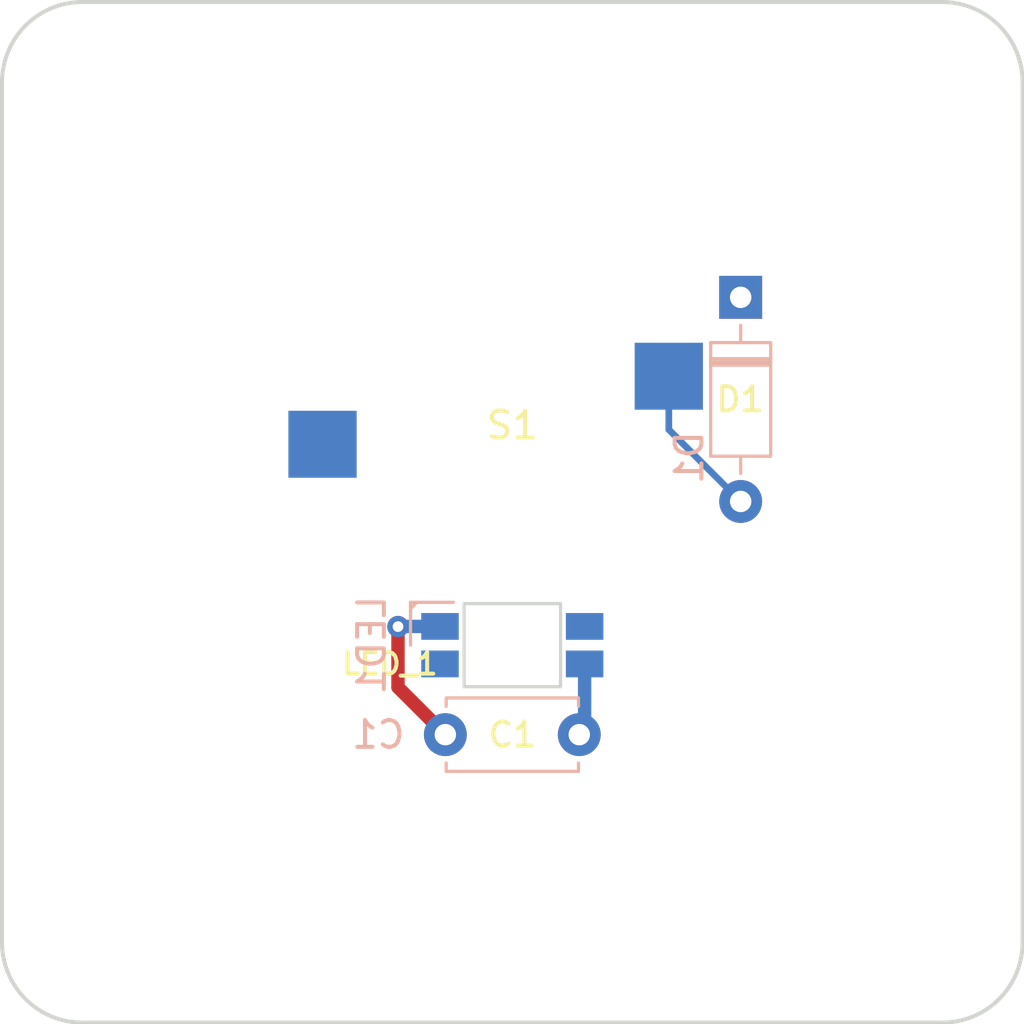
<source format=kicad_pcb>
(kicad_pcb (version 20240108) (generator "pcbnew") (generator_version "8.0")
  (title_block (title "travis_key") (rev "2024.03.21") (company "Travis Hardiman"))
  (layers (0 "F.Cu" signal) (31 "B.Cu" signal) (34 "B.Paste" user) (35 "F.Paste" user) (36 "B.SilkS" user "B.Silkscreen") (37 "F.SilkS" user "F.Silkscreen") (38 "B.Mask" user) (39 "F.Mask" user) (44 "Edge.Cuts" user))
  (net 0 "")
  (net 1 "col0")
  (net 2 "single_A_one")
  (net 3 "row0")
  (net 4 "RAW")
  (net 5 "LED_2")
  (net 6 "GND")
  (net 7 "LED_1")
  (footprint "MX" (layer "F.Cu") (at 0 0)
    (property "Reference" "S1" (at 0 -3.25 0) (layer "F.SilkS"))
    (property "Value" "" (hide yes))
    (pad "" np_thru_hole circle (at -5.08 0) (size 1.7018 1.7018) (drill 1.7018) (layers "*.Cu" "*.Mask"))
    (pad "" np_thru_hole circle (at -3.81 -2.54) (size 3 3) (drill 3) (layers "*.Cu" "*.Mask"))
    (pad "" np_thru_hole circle (at 0 0) (size 3.9878 3.9878) (drill 3.9878) (layers "*.Cu" "*.Mask"))
    (pad "" np_thru_hole circle (at 2.54 -5.08) (size 3 3) (drill 3) (layers "*.Cu" "*.Mask"))
    (pad "" np_thru_hole circle (at 5.08 0) (size 1.7018 1.7018) (drill 1.7018) (layers "*.Cu" "*.Mask"))
    (pad "1" smd rect (at -7.085 -2.54) (size 2.55 2.5) (layers "B.Cu" "B.Paste" "B.Mask") (net 1 "col0"))
    (pad "2" smd rect (at 5.842 -5.08) (size 2.55 2.5) (layers "B.Cu" "B.Paste" "B.Mask") (net 2 "single_A_one"))
  )
  (footprint "Diode_DO-35" (layer "B.Cu") (at 8.525 -8.025 -90)
    (property "Reference" "D1" (at 5.985 1.921 -90) (layer "B.SilkS") (effects (justify mirror)))
    (property "Value" "1N4148")
    (fp_line (start 1.69 1.12) (end 5.93 1.12) (stroke (width 0.12)) (layer "B.SilkS"))
    (fp_line (start 5.93 1.12) (end 5.93 -1.12) (stroke (width 0.12)) (layer "B.SilkS"))
    (fp_line (start 1.04 0) (end 1.69 0) (stroke (width 0.12)) (layer "B.SilkS"))
    (fp_line (start 6.58 0) (end 5.93 0) (stroke (width 0.12)) (layer "B.SilkS"))
    (fp_line (start 1.69 -1.12) (end 1.69 1.12) (stroke (width 0.12)) (layer "B.SilkS"))
    (fp_line (start 2.29 -1.12) (end 2.29 1.12) (stroke (width 0.12)) (layer "B.SilkS"))
    (fp_line (start 2.41 -1.12) (end 2.41 1.12) (stroke (width 0.12)) (layer "B.SilkS"))
    (fp_line (start 2.53 -1.12) (end 2.53 1.12) (stroke (width 0.12)) (layer "B.SilkS"))
    (fp_line (start 5.93 -1.12) (end 1.69 -1.12) (stroke (width 0.12)) (layer "B.SilkS"))
    (pad "1" thru_hole rect (at 0 0 270) (size 1.6 1.6) (drill 0.8) (layers "*.Cu" "*.Mask") (net 3 "row0"))
    (pad "2" thru_hole oval (at 7.62 0 270) (size 1.6 1.6) (drill 0.8) (layers "*.Cu" "*.Mask") (net 2 "single_A_one"))
  )
  (footprint "C_Disc_D4.7mm_W2.5mm_P5.00mm" (layer "B.Cu") (at 2.5 8.3 180)
    (property "Reference" "C1" (at 7.5 0 180) (layer "B.SilkS") (effects (justify mirror)))
    (property "Value" "104")
    (fp_line (start 4.97 1.055) (end 4.97 1.37) (stroke (width 0.12)) (layer "B.SilkS"))
    (fp_line (start 4.97 -1.37) (end 4.97 -1.055) (stroke (width 0.12)) (layer "B.SilkS"))
    (fp_line (start 0.03 1.37) (end 4.97 1.37) (stroke (width 0.12)) (layer "B.SilkS"))
    (fp_line (start 0.03 1.055) (end 0.03 1.37) (stroke (width 0.12)) (layer "B.SilkS"))
    (fp_line (start 0.03 -1.37) (end 4.97 -1.37) (stroke (width 0.12)) (layer "B.SilkS"))
    (fp_line (start 0.03 -1.37) (end 0.03 -1.055) (stroke (width 0.12)) (layer "B.SilkS"))
    (pad "1" thru_hole circle (at 0 0) (size 1.6 1.6) (drill 0.8) (layers "*.Cu" "*.Mask") (net 4 "RAW"))
    (pad "2" thru_hole circle (at 5 0) (size 1.6 1.6) (drill 0.8) (layers "*.Cu" "*.Mask") (net 6 "GND"))
  )
  (footprint "ceoloide:led_SK6812mini-e (per-key single-side)" (layer "B.Cu") (at 0 4.96)
    (property "Reference" "LED1" (at -5.25 0 90) (layer "B.SilkS") (effects (justify mirror)))
    (property "Value" "SK6812mini-e")
    (fp_line (start -3.8 -1.6) (end -2.2 -1.6) (stroke (width 0.12)) (layer "B.SilkS"))
    (fp_line (start -3.8 -1.36) (end -3.56 -1.6) (stroke (width 0.12)) (layer "B.SilkS"))
    (fp_line (start -3.8 0) (end -3.8 -1.6) (stroke (width 0.12)) (layer "B.SilkS"))
    (fp_line (start -1.8 -1.55) (end -1.8 1.55) (stroke (width 0.12)) (layer "Edge.Cuts"))
    (fp_line (start -1.8 1.55) (end 1.8 1.55) (stroke (width 0.12)) (layer "Edge.Cuts"))
    (fp_line (start 1.8 -1.55) (end -1.8 -1.55) (stroke (width 0.12)) (layer "Edge.Cuts"))
    (fp_line (start 1.8 1.55) (end 1.8 -1.55) (stroke (width 0.12)) (layer "Edge.Cuts"))
    (pad "1" smd rect (at 2.7 0.7) (size 1.4 1) (layers "B.Cu" "B.Paste" "B.Mask") (net 4 "RAW"))
    (pad "2" smd rect (at 2.7 -0.7) (size 1.4 1) (layers "B.Cu" "B.Paste" "B.Mask") (net 5 "LED_2"))
    (pad "3" smd rect (at -2.7 -0.7) (size 1.4 1) (layers "B.Cu" "B.Paste" "B.Mask") (net 6 "GND"))
    (pad "4" smd rect (at -2.7 0.7) (size 1.4 1) (layers "B.Cu" "B.Paste" "B.Mask") (net 7 "LED_1"))
  )
  (gr_line (start 16.05 19.05) (end -16.05 19.05) (stroke (width 0.15)) (layer "Edge.Cuts"))
  (gr_line (start -19.05 16.05) (end -19.05 -16.05) (stroke (width 0.15)) (layer "Edge.Cuts"))
  (gr_arc (start 16.05 -19.05) (mid 18.17132 -18.17132) (end 19.05 -16.05) (stroke (width 0.15)) (layer "Edge.Cuts"))
  (gr_arc (start -16.05 19.05) (mid -18.17132 18.17132) (end -19.05 16.05) (stroke (width 0.15)) (layer "Edge.Cuts"))
  (gr_arc (start -19.05 -16.05) (mid -18.17132 -18.17132) (end -16.05 -19.05) (stroke (width 0.15)) (layer "Edge.Cuts"))
  (gr_line (start -16.05 -19.05) (end 16.05 -19.05) (stroke (width 0.15)) (layer "Edge.Cuts"))
  (gr_line (start 19.05 -16.05) (end 19.05 16.05) (stroke (width 0.15)) (layer "Edge.Cuts"))
  (gr_arc (start 19.05 16.05) (mid 18.17132 18.17132) (end 16.05 19.05) (stroke (width 0.15)) (layer "Edge.Cuts"))
  (gr_text "LED_1" (at -2.7 5.66 0) (layer "F.SilkS") (effects (font (size 0.8 0.8)) (justify right)))
  (gr_text "C1" (at 0 8.3 0) (layer "F.SilkS") (effects (font (size 0.9 0.9))))
  (gr_text "D1" (at 7.525 -4.215 0) (layer "F.SilkS") (effects (font (size 0.9 0.9)) (justify left)))
  (segment (start 5.842 -5.08) (end 5.842 -3.088) (width 0.25) (layer "B.Cu") (net 2))
  (segment (start 5.842 -3.088) (end 8.525 -0.405) (width 0.25) (layer "B.Cu") (net 2))
  (segment (start 2.7 5.66) (end 2.7 8.1) (width 0.5) (layer "B.Cu") (net 4))
  (segment (start 2.7 8.1) (end 2.5 8.3) (width 0.5) (layer "B.Cu") (net 4))
  (segment (start -4.2672 4.2672) (end -4.2672 6.5328) (width 0.5) (layer "F.Cu") (net 6))
  (segment (start -4.2672 6.5328) (end -2.5 8.3) (width 0.5) (layer "F.Cu") (net 6))
  (via (at -4.2672 4.2672) (size 0.8) (drill 0.4) (layers "F.Cu" "B.Cu") (net 6))
  (segment (start -2.7 4.26) (end -4.26 4.26) (width 0.5) (layer "B.Cu") (net 6))
  (segment (start -4.26 4.26) (end -4.2672 4.2672) (width 0.5) (layer "B.Cu") (net 6))
)
</source>
